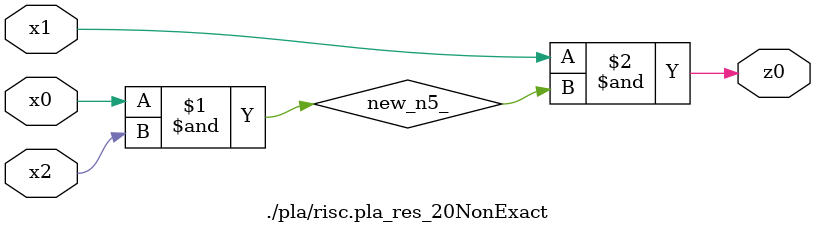
<source format=v>

module \./pla/risc.pla_res_20NonExact  ( 
    x0, x1, x2,
    z0  );
  input  x0, x1, x2;
  output z0;
  wire new_n5_;
  assign new_n5_ = x0 & x2;
  assign z0 = x1 & new_n5_;
endmodule



</source>
